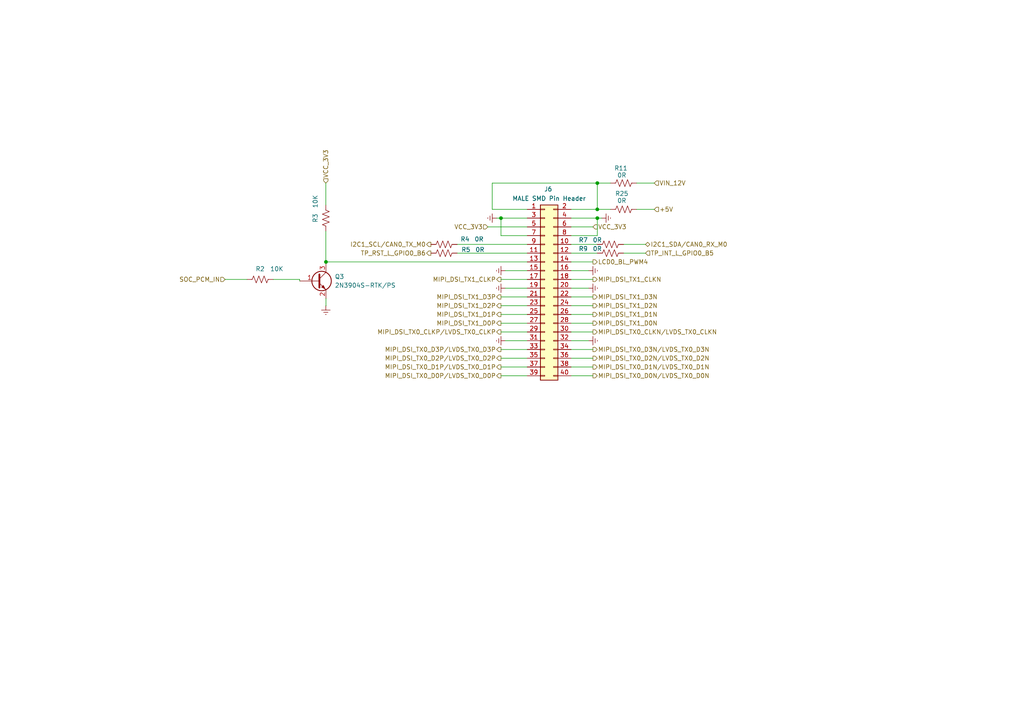
<source format=kicad_sch>
(kicad_sch (version 20230819) (generator eeschema)
  (paper "A4")
  (lib_symbols
    (symbol "Connector_Generic:Conn_02x20_Odd_Even" (pin_names (offset 1.016) hide)
      (property "Reference" "J" (at 1.27 25.4 0))
      (property "Value" "Conn_02x20_Odd_Even" (at 1.27 -27.94 0))
      (symbol "Conn_02x20_Odd_Even_1_1"
        (rectangle (start -1.27 -25.273) (end 0 -25.527) (stroke (width 0.1524)))
        (rectangle (start -1.27 -22.733) (end 0 -22.987) (stroke (width 0.1524)))
        (rectangle (start -1.27 -20.193) (end 0 -20.447) (stroke (width 0.1524)))
        (rectangle (start -1.27 -17.653) (end 0 -17.907) (stroke (width 0.1524)))
        (rectangle (start -1.27 -15.113) (end 0 -15.367) (stroke (width 0.1524)))
        (rectangle (start -1.27 -12.573) (end 0 -12.827) (stroke (width 0.1524)))
        (rectangle (start -1.27 -10.033) (end 0 -10.287) (stroke (width 0.1524)))
        (rectangle (start -1.27 -7.493) (end 0 -7.747) (stroke (width 0.1524)))
        (rectangle (start -1.27 -4.953) (end 0 -5.207) (stroke (width 0.1524)))
        (rectangle (start -1.27 -2.413) (end 0 -2.667) (stroke (width 0.1524)))
        (rectangle (start -1.27 0.127) (end 0 -0.127) (stroke (width 0.1524)))
        (rectangle (start -1.27 2.667) (end 0 2.413) (stroke (width 0.1524)))
        (rectangle (start -1.27 5.207) (end 0 4.953) (stroke (width 0.1524)))
        (rectangle (start -1.27 7.747) (end 0 7.493) (stroke (width 0.1524)))
        (rectangle (start -1.27 10.287) (end 0 10.033) (stroke (width 0.1524)))
        (rectangle (start -1.27 12.827) (end 0 12.573) (stroke (width 0.1524)))
        (rectangle (start -1.27 15.367) (end 0 15.113) (stroke (width 0.1524)))
        (rectangle (start -1.27 17.907) (end 0 17.653) (stroke (width 0.1524)))
        (rectangle (start -1.27 20.447) (end 0 20.193) (stroke (width 0.1524)))
        (rectangle (start -1.27 22.987) (end 0 22.733) (stroke (width 0.1524)))
        (rectangle (start -1.27 24.13) (end 3.81 -26.67) (stroke (width 0.254)) (fill (type background)))
        (rectangle (start 3.81 -25.273) (end 2.54 -25.527) (stroke (width 0.1524)))
        (rectangle (start 3.81 -22.733) (end 2.54 -22.987) (stroke (width 0.1524)))
        (rectangle (start 3.81 -20.193) (end 2.54 -20.447) (stroke (width 0.1524)))
        (rectangle (start 3.81 -17.653) (end 2.54 -17.907) (stroke (width 0.1524)))
        (rectangle (start 3.81 -15.113) (end 2.54 -15.367) (stroke (width 0.1524)))
        (rectangle (start 3.81 -12.573) (end 2.54 -12.827) (stroke (width 0.1524)))
        (rectangle (start 3.81 -10.033) (end 2.54 -10.287) (stroke (width 0.1524)))
        (rectangle (start 3.81 -7.493) (end 2.54 -7.747) (stroke (width 0.1524)))
        (rectangle (start 3.81 -4.953) (end 2.54 -5.207) (stroke (width 0.1524)))
        (rectangle (start 3.81 -2.413) (end 2.54 -2.667) (stroke (width 0.1524)))
        (rectangle (start 3.81 0.127) (end 2.54 -0.127) (stroke (width 0.1524)))
        (rectangle (start 3.81 2.667) (end 2.54 2.413) (stroke (width 0.1524)))
        (rectangle (start 3.81 5.207) (end 2.54 4.953) (stroke (width 0.1524)))
        (rectangle (start 3.81 7.747) (end 2.54 7.493) (stroke (width 0.1524)))
        (rectangle (start 3.81 10.287) (end 2.54 10.033) (stroke (width 0.1524)))
        (rectangle (start 3.81 12.827) (end 2.54 12.573) (stroke (width 0.1524)))
        (rectangle (start 3.81 15.367) (end 2.54 15.113) (stroke (width 0.1524)))
        (rectangle (start 3.81 17.907) (end 2.54 17.653) (stroke (width 0.1524)))
        (rectangle (start 3.81 20.447) (end 2.54 20.193) (stroke (width 0.1524)))
        (rectangle (start 3.81 22.987) (end 2.54 22.733) (stroke (width 0.1524)))
        (pin passive line (at -5.08 22.86 0) (length 3.81) (name "Pin_1") (number "1"))
        (pin passive line (at 7.62 12.7 180) (length 3.81) (name "Pin_10") (number "10"))
        (pin passive line (at -5.08 10.16 0) (length 3.81) (name "Pin_11") (number "11"))
        (pin passive line (at 7.62 10.16 180) (length 3.81) (name "Pin_12") (number "12"))
        (pin passive line (at -5.08 7.62 0) (length 3.81) (name "Pin_13") (number "13"))
        (pin passive line (at 7.62 7.62 180) (length 3.81) (name "Pin_14") (number "14"))
        (pin passive line (at -5.08 5.08 0) (length 3.81) (name "Pin_15") (number "15"))
        (pin passive line (at 7.62 5.08 180) (length 3.81) (name "Pin_16") (number "16"))
        (pin passive line (at -5.08 2.54 0) (length 3.81) (name "Pin_17") (number "17"))
        (pin passive line (at 7.62 2.54 180) (length 3.81) (name "Pin_18") (number "18"))
        (pin passive line (at -5.08 0 0) (length 3.81) (name "Pin_19") (number "19"))
        (pin passive line (at 7.62 22.86 180) (length 3.81) (name "Pin_2") (number "2"))
        (pin passive line (at 7.62 0 180) (length 3.81) (name "Pin_20") (number "20"))
        (pin passive line (at -5.08 -2.54 0) (length 3.81) (name "Pin_21") (number "21"))
        (pin passive line (at 7.62 -2.54 180) (length 3.81) (name "Pin_22") (number "22"))
        (pin passive line (at -5.08 -5.08 0) (length 3.81) (name "Pin_23") (number "23"))
        (pin passive line (at 7.62 -5.08 180) (length 3.81) (name "Pin_24") (number "24"))
        (pin passive line (at -5.08 -7.62 0) (length 3.81) (name "Pin_25") (number "25"))
        (pin passive line (at 7.62 -7.62 180) (length 3.81) (name "Pin_26") (number "26"))
        (pin passive line (at -5.08 -10.16 0) (length 3.81) (name "Pin_27") (number "27"))
        (pin passive line (at 7.62 -10.16 180) (length 3.81) (name "Pin_28") (number "28"))
        (pin passive line (at -5.08 -12.7 0) (length 3.81) (name "Pin_29") (number "29"))
        (pin passive line (at -5.08 20.32 0) (length 3.81) (name "Pin_3") (number "3"))
        (pin passive line (at 7.62 -12.7 180) (length 3.81) (name "Pin_30") (number "30"))
        (pin passive line (at -5.08 -15.24 0) (length 3.81) (name "Pin_31") (number "31"))
        (pin passive line (at 7.62 -15.24 180) (length 3.81) (name "Pin_32") (number "32"))
        (pin passive line (at -5.08 -17.78 0) (length 3.81) (name "Pin_33") (number "33"))
        (pin passive line (at 7.62 -17.78 180) (length 3.81) (name "Pin_34") (number "34"))
        (pin passive line (at -5.08 -20.32 0) (length 3.81) (name "Pin_35") (number "35"))
        (pin passive line (at 7.62 -20.32 180) (length 3.81) (name "Pin_36") (number "36"))
        (pin passive line (at -5.08 -22.86 0) (length 3.81) (name "Pin_37") (number "37"))
        (pin passive line (at 7.62 -22.86 180) (length 3.81) (name "Pin_38") (number "38"))
        (pin passive line (at -5.08 -25.4 0) (length 3.81) (name "Pin_39") (number "39"))
        (pin passive line (at 7.62 20.32 180) (length 3.81) (name "Pin_4") (number "4"))
        (pin passive line (at 7.62 -25.4 180) (length 3.81) (name "Pin_40") (number "40"))
        (pin passive line (at -5.08 17.78 0) (length 3.81) (name "Pin_5") (number "5"))
        (pin passive line (at 7.62 17.78 180) (length 3.81) (name "Pin_6") (number "6"))
        (pin passive line (at -5.08 15.24 0) (length 3.81) (name "Pin_7") (number "7"))
        (pin passive line (at 7.62 15.24 180) (length 3.81) (name "Pin_8") (number "8"))
        (pin passive line (at -5.08 12.7 0) (length 3.81) (name "Pin_9") (number "9"))
      )
    )
    (symbol "Device:R_US" (pin_numbers hide) (pin_names (offset 0))
      (property "Reference" "R" (at 2.54 0 90))
      (property "Value" "R_US" (at -2.54 0 90))
      (symbol "R_US_0_1"
        (polyline (pts (xy 0 -2.286) (xy 0 -2.54)))
        (polyline (pts (xy 0 2.286) (xy 0 2.54)))
        (polyline (pts (xy 0 -0.762) (xy 1.016 -1.143) (xy 0 -1.524) (xy -1.016 -1.905) (xy 0 -2.286)))
        (polyline (pts (xy 0 0.762) (xy 1.016 0.381) (xy 0 0) (xy -1.016 -0.381) (xy 0 -0.762)))
        (polyline (pts (xy 0 2.286) (xy 1.016 1.905) (xy 0 1.524) (xy -1.016 1.143) (xy 0 0.762)))
      )
      (symbol "R_US_1_1"
        (pin passive line (at 0 3.81 270) (length 1.27) (name "~") (number "1"))
        (pin passive line (at 0 -3.81 90) (length 1.27) (name "~") (number "2"))
      )
    )
    (symbol "Transistor_BJT:2N3055" (pin_names (offset 0) hide)
      (property "Reference" "Q" (at 5.08 1.905 0))
      (property "Value" "2N3055" (at 5.08 0 0))
      (symbol "2N3055_0_1"
        (polyline (pts (xy 0.635 0.635) (xy 2.54 2.54)))
        (polyline (pts (xy 0.635 -0.635) (xy 2.54 -2.54) (xy 2.54 -2.54)))
        (polyline (pts (xy 0.635 1.905) (xy 0.635 -1.905) (xy 0.635 -1.905)) (stroke (width 0.508)))
        (polyline (pts (xy 1.27 -1.778) (xy 1.778 -1.27) (xy 2.286 -2.286) (xy 1.27 -1.778) (xy 1.27 -1.778)) (fill (type outline)))
        (circle (center 1.27 0) (radius 2.8194) (stroke (width 0.254)))
      )
      (symbol "2N3055_1_1"
        (pin input line (at -5.08 0 0) (length 5.715) (name "B") (number "1"))
        (pin passive line (at 2.54 -5.08 90) (length 2.54) (name "E") (number "2"))
        (pin passive line (at 2.54 5.08 270) (length 2.54) (name "C") (number "3"))
      )
    )
    (symbol "power:Earth" (power) (pin_names (offset 0))
      (symbol "Earth_0_1"
        (polyline (pts (xy -0.635 -1.905) (xy 0.635 -1.905)))
        (polyline (pts (xy -0.127 -2.54) (xy 0.127 -2.54)))
        (polyline (pts (xy 0 -1.27) (xy 0 0)))
        (polyline (pts (xy 1.27 -1.27) (xy -1.27 -1.27)))
      )
      (symbol "Earth_1_1"
        (pin power_in line (at 0 0 270) (length 0) hide (name "Earth") (number "1"))
      )
    )
  )
  (junction (at 173.2431 53.1064))
  (junction (at 173.2431 63.2664))
  (junction (at 94.5433 75.9664))
  (junction (at 173.2431 60.7264))
  (junction (at 145.3031 63.2664))
  (wire (pts (xy 165.6231 83.5864) (xy 170.7031 83.5864)))
  (wire (pts (xy 132.6031 73.4264) (xy 152.9231 73.4264)))
  (wire (pts (xy 146.5731 98.8264) (xy 152.9231 98.8264)))
  (wire (pts (xy 165.6231 96.2864) (xy 171.9731 96.2864)))
  (wire (pts (xy 165.6231 78.5064) (xy 170.7031 78.5064)))
  (wire (pts (xy 165.6231 63.2664) (xy 173.2431 63.2664)))
  (wire (pts (xy 145.3031 88.6664) (xy 152.9231 88.6664)))
  (wire (pts (xy 189.7531 60.7264) (xy 184.6731 60.7264)))
  (wire (pts (xy 94.5433 88.6664) (xy 94.5031 88.6664)))
  (wire (pts (xy 145.3031 63.2664) (xy 152.9231 63.2664)))
  (wire (pts (xy 165.6231 98.8264) (xy 170.7031 98.8264)))
  (wire (pts (xy 145.3031 68.3464) (xy 145.3031 63.2664)))
  (wire (pts (xy 165.6231 75.9664) (xy 171.9731 75.9664)))
  (wire (pts (xy 165.6231 106.4464) (xy 171.9731 106.4464)))
  (wire (pts (xy 94.5433 76.4237) (xy 94.5433 75.9664)))
  (wire (pts (xy 142.7631 53.1064) (xy 173.2431 53.1064)))
  (wire (pts (xy 173.2431 53.1064) (xy 177.0531 53.1064)))
  (wire (pts (xy 145.3031 81.0464) (xy 152.9231 81.0464)))
  (wire (pts (xy 145.3031 91.2064) (xy 152.9231 91.2064)))
  (wire (pts (xy 180.8631 70.8864) (xy 187.2131 70.8864)))
  (wire (pts (xy 145.3031 96.2864) (xy 152.9231 96.2864)))
  (wire (pts (xy 173.2431 68.3464) (xy 173.2431 63.2664)))
  (wire (pts (xy 141.4931 65.8064) (xy 152.9231 65.8064)))
  (wire (pts (xy 65.2931 81.0464) (xy 71.6431 81.0464)))
  (wire (pts (xy 94.5433 75.9664) (xy 152.9231 75.9664)))
  (wire (pts (xy 145.3031 93.7464) (xy 152.9231 93.7464)))
  (wire (pts (xy 173.2431 60.7264) (xy 165.6231 60.7264)))
  (wire (pts (xy 145.3031 103.9064) (xy 152.9231 103.9064)))
  (wire (pts (xy 152.9231 68.3464) (xy 145.3031 68.3464)))
  (wire (pts (xy 144.0331 63.2664) (xy 145.3031 63.2664)))
  (wire (pts (xy 173.2431 60.7264) (xy 177.0531 60.7264)))
  (wire (pts (xy 165.6231 68.3464) (xy 173.2431 68.3464)))
  (wire (pts (xy 145.3031 106.4464) (xy 152.9231 106.4464)))
  (wire (pts (xy 142.7631 60.7264) (xy 142.7631 53.1064)))
  (wire (pts (xy 165.6231 70.8864) (xy 173.2431 70.8864)))
  (wire (pts (xy 165.6231 93.7464) (xy 171.9731 93.7464)))
  (wire (pts (xy 132.6031 70.8864) (xy 152.9231 70.8864)))
  (wire (pts (xy 94.5433 86.5837) (xy 94.5433 88.6664)))
  (wire (pts (xy 165.6231 91.2064) (xy 171.9731 91.2064)))
  (wire (pts (xy 165.6231 101.3664) (xy 171.9731 101.3664)))
  (wire (pts (xy 165.6231 108.9864) (xy 171.9731 108.9864)))
  (wire (pts (xy 146.5731 78.5064) (xy 152.9231 78.5064)))
  (wire (pts (xy 165.6231 88.6664) (xy 171.9731 88.6664)))
  (wire (pts (xy 180.8631 73.4264) (xy 187.2131 73.4264)))
  (wire (pts (xy 86.9233 81.0464) (xy 86.9233 81.5037)))
  (wire (pts (xy 165.6231 73.4264) (xy 173.2431 73.4264)))
  (wire (pts (xy 94.5031 75.9664) (xy 94.5031 67.0764)))
  (wire (pts (xy 145.3031 101.3664) (xy 152.9231 101.3664)))
  (wire (pts (xy 145.3031 86.1264) (xy 152.9231 86.1264)))
  (wire (pts (xy 165.6231 86.1264) (xy 171.9731 86.1264)))
  (wire (pts (xy 79.2631 81.0464) (xy 86.9233 81.0464)))
  (wire (pts (xy 165.6231 65.8064) (xy 171.9731 65.8064)))
  (wire (pts (xy 189.7531 53.1064) (xy 184.6731 53.1064)))
  (wire (pts (xy 145.3031 108.9864) (xy 152.9231 108.9864)))
  (wire (pts (xy 152.9231 60.7264) (xy 142.7631 60.7264)))
  (wire (pts (xy 173.2431 53.1064) (xy 173.2431 60.7264)))
  (wire (pts (xy 165.6231 81.0464) (xy 171.9731 81.0464)))
  (wire (pts (xy 173.2431 63.2664) (xy 174.5131 63.2664)))
  (wire (pts (xy 94.5031 53.1064) (xy 94.5031 59.4564)))
  (wire (pts (xy 146.5731 83.5864) (xy 152.9231 83.5864)))
  (wire (pts (xy 165.6231 103.9064) (xy 171.9731 103.9064)))
  (wire (pts (xy 94.5031 75.9664) (xy 94.5433 75.9664)))
  (hierarchical_label "MIPI_DSI_TX0_D1N{slash}LVDS_TX0_D1N" (shape output) (at 171.9731 106.4464 0))
  (hierarchical_label "MIPI_DSI_TX0_D3N{slash}LVDS_TX0_D3N" (shape output) (at 171.9731 101.3664 0))
  (hierarchical_label "MIPI_DSI_TX1_CLKN" (shape output) (at 171.9731 81.0464 0))
  (hierarchical_label "TP_INT_L_GPIO0_B5" (shape input) (at 187.2131 73.4264 0))
  (hierarchical_label "MIPI_DSI_TX1_D2N" (shape output) (at 171.9731 88.6664 0))
  (hierarchical_label "MIPI_DSI_TX1_D1P" (shape output) (at 145.3031 91.2064 180))
  (hierarchical_label "MIPI_DSI_TX0_D0N{slash}LVDS_TX0_D0N" (shape output) (at 171.9731 108.9864 0))
  (hierarchical_label "MIPI_DSI_TX0_D3P{slash}LVDS_TX0_D3P" (shape output) (at 145.3031 101.3664 180))
  (hierarchical_label "TP_RST_L_GPIO0_B6" (shape output) (at 124.9831 73.4264 180))
  (hierarchical_label "VCC_3V3" (shape input) (at 141.4931 65.8064 180))
  (hierarchical_label "MIPI_DSI_TX1_D1N" (shape output) (at 171.9731 91.2064 0))
  (hierarchical_label "SOC_PCM_IN" (shape input) (at 65.2931 81.0464 180))
  (hierarchical_label "MIPI_DSI_TX0_D2P{slash}LVDS_TX0_D2P" (shape output) (at 145.3031 103.9064 180))
  (hierarchical_label "LCD0_BL_PWM4" (shape output) (at 171.9731 75.9664 0))
  (hierarchical_label "MIPI_DSI_TX1_D0N" (shape output) (at 171.9731 93.7464 0))
  (hierarchical_label "MIPI_DSI_TX1_D2P" (shape output) (at 145.3031 88.6664 180))
  (hierarchical_label "MIPI_DSI_TX0_CLKN{slash}LVDS_TX0_CLKN" (shape output) (at 171.9731 96.2864 0))
  (hierarchical_label "MIPI_DSI_TX0_D2N{slash}LVDS_TX0_D2N" (shape output) (at 171.9731 103.9064 0))
  (hierarchical_label "VCC_3V3" (shape input) (at 171.9731 65.8064 0))
  (hierarchical_label "I2C1_SDA{slash}CAN0_RX_M0" (shape bidirectional) (at 187.2131 70.8864 0))
  (hierarchical_label "MIPI_DSI_TX1_D3P" (shape output) (at 145.3031 86.1264 180))
  (hierarchical_label "MIPI_DSI_TX1_D3N" (shape output) (at 171.9731 86.1264 0))
  (hierarchical_label "MIPI_DSI_TX1_CLKP" (shape output) (at 145.3031 81.0464 180))
  (hierarchical_label "+5V" (shape input) (at 189.7531 60.7264 0))
  (hierarchical_label "I2C1_SCL{slash}CAN0_TX_M0" (shape output) (at 124.9831 70.8864 180))
  (hierarchical_label "MIPI_DSI_TX0_CLKP{slash}LVDS_TX0_CLKP" (shape output) (at 145.3031 96.2864 180))
  (hierarchical_label "MIPI_DSI_TX1_D0P" (shape output) (at 145.3031 93.7464 180))
  (hierarchical_label "MIPI_DSI_TX0_D1P{slash}LVDS_TX0_D1P" (shape output) (at 145.3031 106.4464 180))
  (hierarchical_label "VCC_3V3" (shape input) (at 94.5031 53.1064 90))
  (hierarchical_label "VIN_12V" (shape input) (at 189.7531 53.1064 0))
  (hierarchical_label "MIPI_DSI_TX0_D0P{slash}LVDS_TX0_D0P" (shape output) (at 145.3031 108.9864 180))
  (symbol (lib_id "power:Earth") (at 170.7031 83.5864 90) (unit 1)
    (property "Reference" "#PWR062" (effects hide))
    (property "Value" "Earth" (effects hide))
    (property "Description" "Power symbol creates a global label with name \"Earth\"" (effects hide))
  )
  (symbol (lib_id "power:Earth") (at 144.0331 63.2664 270) (unit 1)
    (property "Reference" "#PWR057" (effects hide))
    (property "Value" "Earth" (effects hide))
    (property "Description" "Power symbol creates a global label with name \"Earth\"" (effects hide))
  )
  (symbol (lib_id "power:Earth") (at 146.5731 98.8264 270) (unit 1)
    (property "Reference" "#PWR060" (effects hide))
    (property "Value" "Earth" (effects hide))
    (property "Description" "Power symbol creates a global label with name \"Earth\"" (effects hide))
  )
  (symbol (lib_id "power:Earth") (at 170.7031 78.5064 90) (unit 1)
    (property "Reference" "#PWR061" (effects hide))
    (property "Value" "Earth" (effects hide))
    (property "Description" "Power symbol creates a global label with name \"Earth\"" (effects hide))
  )
  (symbol (lib_id "Transistor_BJT:2N3055") (at 92.0033 81.5037 0) (unit 1)
    (property "Reference" "Q3" (at 97.0833 80.2336 0) (effects (justify left)))
    (property "Value" "2N3904S-RTK/PS" (at 97.0833 82.7736 0) (effects (justify left)))
    (property "Footprint" "Pro V3:2N3904S-RTKPS" (effects hide))
    (property "Datasheet" "https://datasheet.lcsc.com/lcsc/2304140030_KEC-Semicon-2N3904S-RTK-PS_C18536.pdf" (effects hide))
    (property "Description" "40V 350mW 100@10mA,1V 200mA NPN SOT-23 Bipolar Transistors - BJT ROHS" (effects hide))
    (instances (project "RP2040_minimal" (path "" (reference "Q3") (unit 1)) (path "" (reference "Q1") (unit 1))))
  )
  (symbol (lib_id "Device:R_US") (at 94.5031 63.2664 180) (unit 1)
    (property "Reference" "R3" (at 91.4551 63.2664 90))
    (property "Value" "10K" (at 91.4551 58.4404 90))
    (property "Footprint" "Resistor_SMD:R_0603_1608Metric" (effects hide))
    (property "Description" "Resistor, US symbol" (effects hide))
  )
  (symbol (lib_id "Connector_Generic:Conn_02x20_Odd_Even") (at 158.0031 83.5864 0) (unit 1)
    (property "Reference" "J6" (at 159.004 54.864 0))
    (property "Value" "MALE SMD Pin Header" (at 159.2731 57.5713 0))
    (property "Footprint" "Connector_PinHeader_1.27mm:PinHeader_2x20_P1.27mm_Vertical" (effects hide))
    (property "Description" "Generic connector, double row, 02x20, odd/even pin numbering scheme (row 1 odd numbers, row 2 even numbers), script generated (kicad-library-utils/schlib/autogen/connector/)" (effects hide))
  )
  (symbol (lib_id "power:Earth") (at 170.7031 98.8264 90) (unit 1)
    (property "Reference" "#PWR063" (effects hide))
    (property "Value" "Earth" (effects hide))
    (property "Description" "Power symbol creates a global label with name \"Earth\"" (effects hide))
  )
  (symbol (lib_id "Device:R_US") (at 128.7931 70.8864 90) (unit 1)
    (property "Reference" "R4" (at 134.8891 69.3624 90))
    (property "Value" "0R" (at 138.9531 69.3624 90))
    (property "Footprint" "Resistor_SMD:R_0603_1608Metric" (effects hide))
    (property "Description" "Resistor, US symbol" (effects hide))
  )
  (symbol (lib_id "power:Earth") (at 174.5131 63.2664 90) (unit 1)
    (property "Reference" "#PWR064" (effects hide))
    (property "Value" "Earth" (effects hide))
    (property "Description" "Power symbol creates a global label with name \"Earth\"" (effects hide))
  )
  (symbol (lib_id "power:Earth") (at 146.5731 78.5064 270) (unit 1)
    (property "Reference" "#PWR058" (effects hide))
    (property "Value" "Earth" (effects hide))
    (property "Description" "Power symbol creates a global label with name \"Earth\"" (effects hide))
  )
  (symbol (lib_id "Device:R_US") (at 177.0531 70.8864 90) (unit 1)
    (property "Reference" "R7" (at 169.1791 69.6164 90))
    (property "Value" "0R" (at 173.2431 69.6164 90))
    (property "Footprint" "Resistor_SMD:R_0603_1608Metric" (effects hide))
    (property "Description" "Resistor, US symbol" (effects hide))
  )
  (symbol (lib_id "Device:R_US") (at 180.8631 53.1064 90) (unit 1)
    (property "Reference" "R11" (at 180.1011 48.7884 90))
    (property "Value" "0R" (at 180.3551 50.8204 90))
    (property "Footprint" "Resistor_SMD:R_0603_1608Metric" (effects hide))
    (property "Description" "Resistor, US symbol" (effects hide))
  )
  (symbol (lib_id "power:Earth") (at 94.5031 88.6664 0) (unit 1)
    (property "Reference" "#PWR056" (effects hide))
    (property "Value" "Earth" (effects hide))
    (property "Description" "Power symbol creates a global label with name \"Earth\"" (effects hide))
  )
  (symbol (lib_id "Device:R_US") (at 128.7931 73.4264 90) (unit 1)
    (property "Reference" "R5" (at 135.1431 72.4104 90))
    (property "Value" "0R" (at 139.2071 72.4104 90))
    (property "Footprint" "Resistor_SMD:R_0603_1608Metric" (effects hide))
    (property "Description" "Resistor, US symbol" (effects hide))
  )
  (symbol (lib_id "power:Earth") (at 146.5731 83.5864 270) (unit 1)
    (property "Reference" "#PWR059" (effects hide))
    (property "Value" "Earth" (effects hide))
    (property "Description" "Power symbol creates a global label with name \"Earth\"" (effects hide))
  )
  (symbol (lib_id "Device:R_US") (at 75.4531 81.0464 90) (unit 1)
    (property "Reference" "R2" (at 75.4531 77.9984 90))
    (property "Value" "10K" (at 80.2791 77.9984 90))
    (property "Footprint" "Resistor_SMD:R_0603_1608Metric" (effects hide))
    (property "Description" "Resistor, US symbol" (effects hide))
  )
  (symbol (lib_id "Device:R_US") (at 180.8631 60.7264 90) (unit 1)
    (property "Reference" "R25" (at 180.3551 56.1544 90))
    (property "Value" "0R" (at 180.3551 58.1864 90))
    (property "Footprint" "Resistor_SMD:R_0603_1608Metric" (effects hide))
    (property "Description" "Resistor, US symbol" (effects hide))
  )
  (symbol (lib_id "Device:R_US") (at 177.0531 73.4264 90) (unit 1)
    (property "Reference" "R9" (at 169.1791 72.1564 90))
    (property "Value" "0R" (at 173.2431 72.1564 90))
    (property "Footprint" "Resistor_SMD:R_0603_1608Metric" (effects hide))
    (property "Description" "Resistor, US symbol" (effects hide))
  )
)
</source>
